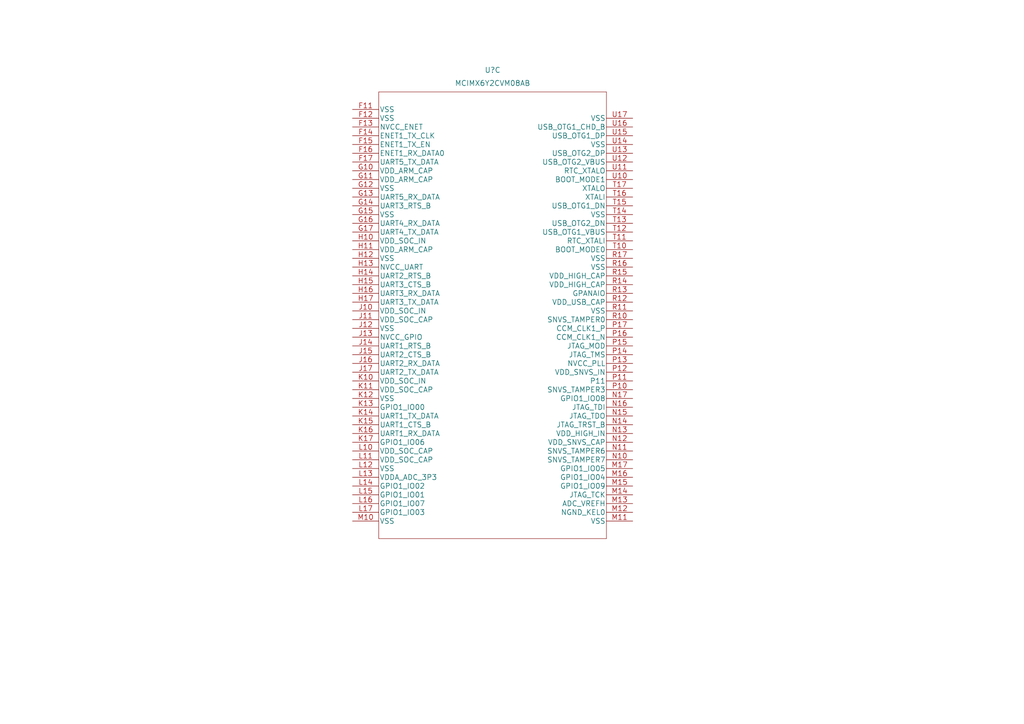
<source format=kicad_sch>
(kicad_sch (version 20211123) (generator eeschema)
  (paper "A4")
  (lib_symbols
    (symbol "MCIMX6Y2CVM08AB:MCIMX6Y2CVM08AB" (pin_names (offset 0.254))
      (property "Reference" "U" (at 35.56 10.16 0))
      (property "Value" "MCIMX6Y2CVM08AB" (at 35.56 7.62 0))
      (symbol "MCIMX6Y2CVM08AB_1_1"
        (polyline (pts (xy 7.62 -127) (xy 63.5 -127)) (stroke (width 0.127)))
        (polyline (pts (xy 7.62 5.08) (xy 7.62 -127)) (stroke (width 0.127)))
        (polyline (pts (xy 63.5 -127) (xy 63.5 5.08)) (stroke (width 0.127)))
        (polyline (pts (xy 63.5 5.08) (xy 7.62 5.08)) (stroke (width 0.127)))
        (pin power_in line (at 0 0 0) (length 7.62) (name "VSS") (number "A1"))
        (pin bidirectional line (at 0 -2.54 0) (length 7.62) (name "SD1_DATA3") (number "A2"))
        (pin bidirectional line (at 0 -5.08 0) (length 7.62) (name "NAND_READY_B") (number "A3"))
        (pin bidirectional line (at 0 -7.62 0) (length 7.62) (name "NAND_CLE") (number "A4"))
        (pin bidirectional line (at 0 -10.16 0) (length 7.62) (name "NAND_DATA07") (number "A5"))
        (pin bidirectional line (at 0 -12.7 0) (length 7.62) (name "NAND_DATA06") (number "A6"))
        (pin bidirectional line (at 0 -15.24 0) (length 7.62) (name "NAND_DATA02") (number "A7"))
        (pin bidirectional line (at 0 -17.78 0) (length 7.62) (name "LCD_CLK") (number "A8"))
        (pin bidirectional line (at 0 -20.32 0) (length 7.62) (name "LCD_DATA01") (number "A9"))
        (pin bidirectional line (at 0 -22.86 0) (length 7.62) (name "SD1_DATA2") (number "B1"))
        (pin bidirectional line (at 0 -25.4 0) (length 7.62) (name "SD1_DATA1") (number "B2"))
        (pin bidirectional line (at 0 -27.94 0) (length 7.62) (name "SD1_DATA0") (number "B3"))
        (pin bidirectional line (at 0 -30.48 0) (length 7.62) (name "NAND_ALE") (number "B4"))
        (pin bidirectional line (at 0 -33.02 0) (length 7.62) (name "NAND_CE1_B") (number "B5"))
        (pin bidirectional line (at 0 -35.56 0) (length 7.62) (name "NAND_DATA05") (number "B6"))
        (pin bidirectional line (at 0 -38.1 0) (length 7.62) (name "NAND_DATA01") (number "B7"))
        (pin bidirectional line (at 0 -40.64 0) (length 7.62) (name "LCD_ENABLE") (number "B8"))
        (pin bidirectional line (at 0 -43.18 0) (length 7.62) (name "LCD_DATA00") (number "B9"))
        (pin bidirectional line (at 0 -45.72 0) (length 7.62) (name "SD1_CLK") (number "C1"))
        (pin bidirectional line (at 0 -48.26 0) (length 7.62) (name "SD1_CMD") (number "C2"))
        (pin power_in line (at 0 -50.8 0) (length 7.62) (name "VSS") (number "C3"))
        (pin power_in line (at 0 -53.34 0) (length 7.62) (name "NVCC_SD1") (number "C4"))
        (pin bidirectional line (at 0 -55.88 0) (length 7.62) (name "NAND_CE0_B") (number "C5"))
        (pin bidirectional line (at 0 -58.42 0) (length 7.62) (name "NAND_DATA04") (number "C6"))
        (pin power_in line (at 0 -60.96 0) (length 7.62) (name "VSS") (number "C7"))
        (pin bidirectional line (at 0 -63.5 0) (length 7.62) (name "NAND_WE_B") (number "C8"))
        (pin bidirectional line (at 0 -66.04 0) (length 7.62) (name "LCD_VSYNC") (number "C9"))
        (pin bidirectional line (at 0 -68.58 0) (length 7.62) (name "CSI_DATA07") (number "D1"))
        (pin bidirectional line (at 0 -71.12 0) (length 7.62) (name "CSI_DATA06") (number "D2"))
        (pin bidirectional line (at 0 -73.66 0) (length 7.62) (name "CSI_DATA05") (number "D3"))
        (pin bidirectional line (at 0 -76.2 0) (length 7.62) (name "CSI_DATA04") (number "D4"))
        (pin bidirectional line (at 0 -78.74 0) (length 7.62) (name "NAND_WP_B") (number "D5"))
        (pin bidirectional line (at 0 -81.28 0) (length 7.62) (name "NAND_DATA03") (number "D6"))
        (pin bidirectional line (at 0 -83.82 0) (length 7.62) (name "NAND_DATA00") (number "D7"))
        (pin bidirectional line (at 0 -86.36 0) (length 7.62) (name "NAND_RE_B") (number "D8"))
        (pin bidirectional line (at 0 -88.9 0) (length 7.62) (name "LCD_HSYNC") (number "D9"))
        (pin bidirectional line (at 0 -91.44 0) (length 7.62) (name "CSI_DATA03") (number "E1"))
        (pin bidirectional line (at 0 -93.98 0) (length 7.62) (name "CSI_DATA02") (number "E2"))
        (pin bidirectional line (at 0 -96.52 0) (length 7.62) (name "CSI_DATA01") (number "E3"))
        (pin bidirectional line (at 0 -99.06 0) (length 7.62) (name "CSI_DATA00") (number "E4"))
        (pin bidirectional line (at 0 -101.6 0) (length 7.62) (name "CSI_PIXCLK") (number "E5"))
        (pin bidirectional line (at 0 -104.14 0) (length 7.62) (name "NAND_DQS") (number "E6"))
        (pin power_in line (at 0 -106.68 0) (length 7.62) (name "NVCC_NAND") (number "E7"))
        (pin power_in line (at 0 -109.22 0) (length 7.62) (name "VSS") (number "E8"))
        (pin bidirectional line (at 0 -111.76 0) (length 7.62) (name "LCD_RESET") (number "E9"))
        (pin bidirectional line (at 0 -114.3 0) (length 7.62) (name "DRAM_ODT1") (number "F1"))
        (pin bidirectional line (at 0 -116.84 0) (length 7.62) (name "CSI_VSYNC") (number "F2"))
        (pin bidirectional line (at 0 -119.38 0) (length 7.62) (name "CSI_HSYNC") (number "F3"))
        (pin power_in line (at 71.12 -121.92 180) (length 7.62) (name "NVCC_CSI") (number "F4"))
        (pin bidirectional line (at 71.12 -119.38 180) (length 7.62) (name "CSI_MCLK") (number "F5"))
        (pin power_in line (at 71.12 -116.84 180) (length 7.62) (name "VSS") (number "F6"))
        (pin power_in line (at 71.12 -114.3 180) (length 7.62) (name "VSS") (number "F7"))
        (pin power_in line (at 71.12 -111.76 180) (length 7.62) (name "VSS") (number "F8"))
        (pin power_in line (at 71.12 -109.22 180) (length 7.62) (name "VSS") (number "F9"))
        (pin bidirectional line (at 71.12 -106.68 180) (length 7.62) (name "DRAM_ADDR14") (number "G1"))
        (pin bidirectional line (at 71.12 -104.14 180) (length 7.62) (name "DRAM_ADDR06") (number "G2"))
        (pin power_in line (at 71.12 -101.6 180) (length 7.62) (name "VSS") (number "G3"))
        (pin bidirectional line (at 71.12 -99.06 180) (length 7.62) (name "DRAM_RESET") (number "G4"))
        (pin power_in line (at 71.12 -96.52 180) (length 7.62) (name "VSS") (number "G5"))
        (pin power_in line (at 71.12 -93.98 180) (length 7.62) (name "NVCC_DRAM") (number "G6"))
        (pin power_in line (at 71.12 -91.44 180) (length 7.62) (name "VSS") (number "G7"))
        (pin power_in line (at 71.12 -88.9 180) (length 7.62) (name "VDD_SOC_CAP") (number "G8"))
        (pin power_in line (at 71.12 -86.36 180) (length 7.62) (name "VDD_ARM_CAP") (number "G9"))
        (pin bidirectional line (at 71.12 -83.82 180) (length 7.62) (name "DRAM_SDBA1") (number "H1"))
        (pin bidirectional line (at 71.12 -81.28 180) (length 7.62) (name "DRAM_ADDR01") (number "H2"))
        (pin bidirectional line (at 71.12 -78.74 180) (length 7.62) (name "DRAM_ADDR13") (number "H3"))
        (pin bidirectional line (at 71.12 -76.2 180) (length 7.62) (name "DRAM_ADDR07") (number "H4"))
        (pin bidirectional line (at 71.12 -73.66 180) (length 7.62) (name "DRAM_CS1_B") (number "H5"))
        (pin power_in line (at 71.12 -71.12 180) (length 7.62) (name "NVCC_DRAM") (number "H6"))
        (pin power_in line (at 71.12 -68.58 180) (length 7.62) (name "VSS") (number "H7"))
        (pin power_in line (at 71.12 -66.04 180) (length 7.62) (name "VDD_SOC_CAP") (number "H8"))
        (pin power_in line (at 71.12 -63.5 180) (length 7.62) (name "VDD_SOC_IN") (number "H9"))
        (pin bidirectional line (at 71.12 -60.96 180) (length 7.62) (name "DRAM_SDWE_B") (number "J1"))
        (pin bidirectional line (at 71.12 -58.42 180) (length 7.62) (name "DRAM_CAS_B") (number "J2"))
        (pin bidirectional line (at 71.12 -55.88 180) (length 7.62) (name "DRAM_SDCKE1") (number "J3"))
        (pin bidirectional line (at 71.12 -53.34 180) (length 7.62) (name "DRAM_ADDR08") (number "J4"))
        (pin power_in line (at 71.12 -50.8 180) (length 7.62) (name "VSS") (number "J5"))
        (pin power_in line (at 71.12 -48.26 180) (length 7.62) (name "NVCC_DRAM") (number "J6"))
        (pin power_in line (at 71.12 -45.72 180) (length 7.62) (name "VSS") (number "J7"))
        (pin power_in line (at 71.12 -43.18 180) (length 7.62) (name "VDD_SOC_CAP") (number "J8"))
        (pin power_in line (at 71.12 -40.64 180) (length 7.62) (name "VDD_SOC_IN") (number "J9"))
        (pin bidirectional line (at 71.12 -38.1 180) (length 7.62) (name "DRAM_ADDR02") (number "K1"))
        (pin bidirectional line (at 71.12 -35.56 180) (length 7.62) (name "DRAM_SDBA2") (number "K2"))
        (pin bidirectional line (at 71.12 -33.02 180) (length 7.62) (name "DRAM_ADDR11") (number "K3"))
        (pin bidirectional line (at 71.12 -30.48 180) (length 7.62) (name "DRAM_ADDR04") (number "K4"))
        (pin power_in line (at 71.12 -27.94 180) (length 7.62) (name "NVCC_DRAM") (number "K5"))
        (pin unspecified line (at 71.12 -25.4 180) (length 7.62) (name "K6") (number "K6"))
        (pin power_in line (at 71.12 -22.86 180) (length 7.62) (name "VSS") (number "K7"))
        (pin power_in line (at 71.12 -20.32 180) (length 7.62) (name "VDD_SOC_CAP") (number "K8"))
        (pin power_in line (at 71.12 -17.78 180) (length 7.62) (name "VDD_SOC_IN") (number "K9"))
        (pin bidirectional line (at 71.12 -15.24 180) (length 7.62) (name "DRAM_ADDR05") (number "L1"))
        (pin bidirectional line (at 71.12 -12.7 180) (length 7.62) (name "DRAM_ADDR09") (number "L2"))
        (pin power_in line (at 71.12 -10.16 180) (length 7.62) (name "VSS") (number "L3"))
        (pin bidirectional line (at 71.12 -7.62 180) (length 7.62) (name "DRAM_ADDR12") (number "L4"))
        (pin bidirectional line (at 71.12 -5.08 180) (length 7.62) (name "DRAM_ADDR00") (number "L5"))
        (pin power_in line (at 71.12 -2.54 180) (length 7.62) (name "NVCC_DRAM") (number "L6"))
        (pin power_in line (at 71.12 0 180) (length 7.62) (name "VSS") (number "L7"))
      )
      (symbol "MCIMX6Y2CVM08AB_2_1"
        (polyline (pts (xy 7.62 -127) (xy 88.9 -127)) (stroke (width 0.127)))
        (polyline (pts (xy 7.62 5.08) (xy 7.62 -127)) (stroke (width 0.127)))
        (polyline (pts (xy 88.9 -127) (xy 88.9 5.08)) (stroke (width 0.127)))
        (polyline (pts (xy 88.9 5.08) (xy 7.62 5.08)) (stroke (width 0.127)))
        (pin bidirectional line (at 96.52 -101.6 180) (length 7.62) (name "LCD_DATA06") (number "A10"))
        (pin bidirectional line (at 96.52 -99.06 180) (length 7.62) (name "LCD_DATA09") (number "A11"))
        (pin bidirectional line (at 96.52 -96.52 180) (length 7.62) (name "LCD_DATA14") (number "A12"))
        (pin bidirectional line (at 96.52 -93.98 180) (length 7.62) (name "LCD_DATA18") (number "A13"))
        (pin bidirectional line (at 96.52 -91.44 180) (length 7.62) (name "LCD_DATA22") (number "A14"))
        (pin bidirectional line (at 96.52 -88.9 180) (length 7.62) (name "ENET2_TX_DATA0") (number "A15"))
        (pin bidirectional line (at 96.52 -86.36 180) (length 7.62) (name "ENET2_TX_DATA1") (number "A16"))
        (pin power_in line (at 96.52 -83.82 180) (length 7.62) (name "VSS") (number "A17"))
        (pin bidirectional line (at 96.52 -81.28 180) (length 7.62) (name "LCD_DATA05") (number "B10"))
        (pin bidirectional line (at 96.52 -78.74 180) (length 7.62) (name "LCD_DATA08") (number "B11"))
        (pin bidirectional line (at 96.52 -76.2 180) (length 7.62) (name "LCD_DATA13") (number "B12"))
        (pin bidirectional line (at 96.52 -73.66 180) (length 7.62) (name "LCD_DATA17") (number "B13"))
        (pin bidirectional line (at 96.52 -71.12 180) (length 7.62) (name "LCD_DATA21") (number "B14"))
        (pin bidirectional line (at 96.52 -68.58 180) (length 7.62) (name "ENET2_TX_EN") (number "B15"))
        (pin bidirectional line (at 96.52 -66.04 180) (length 7.62) (name "LCD_DATA23") (number "B16"))
        (pin bidirectional line (at 96.52 -63.5 180) (length 7.62) (name "ENET2_RX_EN") (number "B17"))
        (pin bidirectional line (at 96.52 -60.96 180) (length 7.62) (name "LCD_DATA04") (number "C10"))
        (pin power_in line (at 96.52 -58.42 180) (length 7.62) (name "VSS") (number "C11"))
        (pin bidirectional line (at 96.52 -55.88 180) (length 7.62) (name "LCD_DATA12") (number "C12"))
        (pin bidirectional line (at 96.52 -53.34 180) (length 7.62) (name "LCD_DATA16") (number "C13"))
        (pin bidirectional line (at 96.52 -50.8 180) (length 7.62) (name "LCD_DATA20") (number "C14"))
        (pin power_in line (at 96.52 -48.26 180) (length 7.62) (name "VSS") (number "C15"))
        (pin bidirectional line (at 96.52 -45.72 180) (length 7.62) (name "ENET2_RX_DATA1") (number "C16"))
        (pin bidirectional line (at 96.52 -43.18 180) (length 7.62) (name "ENET2_RX_DATA0") (number "C17"))
        (pin bidirectional line (at 96.52 -40.64 180) (length 7.62) (name "LCD_DATA03") (number "D10"))
        (pin bidirectional line (at 96.52 -38.1 180) (length 7.62) (name "LCD_DATA07") (number "D11"))
        (pin bidirectional line (at 96.52 -35.56 180) (length 7.62) (name "LCD_DATA11") (number "D12"))
        (pin bidirectional line (at 96.52 -33.02 180) (length 7.62) (name "LCD_DATA15") (number "D13"))
        (pin bidirectional line (at 96.52 -30.48 180) (length 7.62) (name "LCD_DATA19") (number "D14"))
        (pin bidirectional line (at 96.52 -27.94 180) (length 7.62) (name "ENET1_RX_ER") (number "D15"))
        (pin bidirectional line (at 96.52 -25.4 180) (length 7.62) (name "ENET2_RX_ER") (number "D16"))
        (pin bidirectional line (at 96.52 -22.86 180) (length 7.62) (name "ENET2_TX_CLK") (number "D17"))
        (pin bidirectional line (at 96.52 -20.32 180) (length 7.62) (name "LCD_DATA02") (number "E10"))
        (pin power_in line (at 96.52 -17.78 180) (length 7.62) (name "VSS") (number "E11"))
        (pin bidirectional line (at 96.52 -15.24 180) (length 7.62) (name "LCD_DATA10") (number "E12"))
        (pin power_in line (at 96.52 -12.7 180) (length 7.62) (name "NVCC_LCD") (number "E13"))
        (pin bidirectional line (at 96.52 -10.16 180) (length 7.62) (name "ENET1_TX_DATA1") (number "E14"))
        (pin bidirectional line (at 96.52 -7.62 180) (length 7.62) (name "ENET1_TX_DATA0") (number "E15"))
        (pin bidirectional line (at 96.52 -5.08 180) (length 7.62) (name "ENET1_RX_EN") (number "E16"))
        (pin bidirectional line (at 96.52 -2.54 180) (length 7.62) (name "ENET1_RX_DATA1") (number "E17"))
        (pin power_in line (at 96.52 0 180) (length 7.62) (name "VSS") (number "F10"))
        (pin power_in line (at 0 0 0) (length 7.62) (name "VDD_SOC_CAP") (number "L8"))
        (pin power_in line (at 0 -2.54 0) (length 7.62) (name "VDD_SOC_CAP") (number "L9"))
        (pin bidirectional line (at 0 -5.08 0) (length 7.62) (name "DRAM_SDBA0") (number "M1"))
        (pin bidirectional line (at 0 -7.62 0) (length 7.62) (name "DRAM_ADDR03") (number "M2"))
        (pin bidirectional line (at 0 -10.16 0) (length 7.62) (name "DRAM_SDCKE0") (number "M3"))
        (pin bidirectional line (at 0 -12.7 0) (length 7.62) (name "DRAM_ADDR10") (number "M4"))
        (pin bidirectional line (at 0 -15.24 0) (length 7.62) (name "DRAM_RAS_B") (number "M5"))
        (pin power_in line (at 0 -17.78 0) (length 7.62) (name "NVCC_DRAM") (number "M6"))
        (pin power_in line (at 0 -20.32 0) (length 7.62) (name "VSS") (number "M7"))
        (pin power_in line (at 0 -22.86 0) (length 7.62) (name "VSS") (number "M8"))
        (pin power_in line (at 0 -25.4 0) (length 7.62) (name "VSS") (number "M9"))
        (pin bidirectional line (at 0 -27.94 0) (length 7.62) (name "DRAM_ODT0") (number "N1"))
        (pin bidirectional line (at 0 -30.48 0) (length 7.62) (name "DRAM_CS0_B") (number "N2"))
        (pin power_in line (at 0 -33.02 0) (length 7.62) (name "VSS") (number "N3"))
        (pin bidirectional line (at 0 -35.56 0) (length 7.62) (name "DRAM_ZQPAD") (number "N4"))
        (pin power_in line (at 0 -38.1 0) (length 7.62) (name "VSS") (number "N5"))
        (pin power_in line (at 0 -40.64 0) (length 7.62) (name "NVCC_DRAM_2P5") (number "N6"))
        (pin input line (at 0 -43.18 0) (length 7.62) (name "TEST_MODE") (number "N7"))
        (pin bidirectional line (at 0 -45.72 0) (length 7.62) (name "SNVS_TAMPER5") (number "N8"))
        (pin bidirectional line (at 0 -48.26 0) (length 7.62) (name "SNVS_TAMPER8") (number "N9"))
        (pin bidirectional line (at 0 -50.8 0) (length 7.62) (name "SNVS_TAMPER2") (number "P1"))
        (pin bidirectional line (at 0 -53.34 0) (length 7.62) (name "DRAM_SDCLK0_N") (number "P2"))
        (pin bidirectional line (at 0 -55.88 0) (length 7.62) (name "DRAM_DATA13") (number "P3"))
        (pin power_in line (at 0 -58.42 0) (length 7.62) (name "DRAM_VREF") (number "P4"))
        (pin bidirectional line (at 0 -60.96 0) (length 7.62) (name "DRAM_DATA12") (number "P5"))
        (pin bidirectional line (at 0 -63.5 0) (length 7.62) (name "DRAM_SDQS0_P") (number "P6"))
        (pin bidirectional line (at 0 -66.04 0) (length 7.62) (name "DRAM_SDQS0_N") (number "P7"))
        (pin input line (at 0 -68.58 0) (length 7.62) (name "POR_B") (number "P8"))
        (pin bidirectional line (at 0 -71.12 0) (length 7.62) (name "SNVS_TAMPER4") (number "P9"))
        (pin bidirectional line (at 0 -73.66 0) (length 7.62) (name "DRAM_DATA15") (number "R1"))
        (pin bidirectional line (at 0 -76.2 0) (length 7.62) (name "DRAM_DATA14") (number "R2"))
        (pin power_in line (at 0 -78.74 0) (length 7.62) (name "VSS") (number "R3"))
        (pin bidirectional line (at 0 -81.28 0) (length 7.62) (name "DRAM_DATA11") (number "R4"))
        (pin power_in line (at 0 -83.82 0) (length 7.62) (name "VSS") (number "R5"))
        (pin bidirectional line (at 0 -86.36 0) (length 7.62) (name "SNVS_TAMPER9") (number "R6"))
        (pin power_in line (at 0 -88.9 0) (length 7.62) (name "VSS") (number "R7"))
        (pin input line (at 0 -91.44 0) (length 7.62) (name "ONOFF") (number "R8"))
        (pin bidirectional line (at 0 -93.98 0) (length 7.62) (name "SNVS_TAMPER1") (number "R9"))
        (pin bidirectional line (at 0 -96.52 0) (length 7.62) (name "DRAM_SDQS1_P") (number "T1"))
        (pin bidirectional line (at 0 -99.06 0) (length 7.62) (name "DRAM_SDQS1_N") (number "T2"))
        (pin bidirectional line (at 0 -101.6 0) (length 7.62) (name "DRAM_DQM1") (number "T3"))
        (pin bidirectional line (at 0 -104.14 0) (length 7.62) (name "DRAM_DATA00") (number "T4"))
        (pin bidirectional line (at 0 -106.68 0) (length 7.62) (name "DRAM_DATA06") (number "T5"))
        (pin bidirectional line (at 0 -109.22 0) (length 7.62) (name "DRAM_DATA02") (number "T6"))
        (pin bidirectional line (at 0 -111.76 0) (length 7.62) (name "DRAM_DQM0") (number "T7"))
        (pin bidirectional line (at 0 -114.3 0) (length 7.62) (name "DRAM_DATA05") (number "T8"))
        (pin bidirectional line (at 0 -116.84 0) (length 7.62) (name "SNVS_PMIC_ON_REQ") (number "T9"))
        (pin power_in line (at 0 -119.38 0) (length 7.62) (name "VSS") (number "U1"))
        (pin bidirectional line (at 96.52 -121.92 180) (length 7.62) (name "DRAM_DATA08") (number "U2"))
        (pin bidirectional line (at 96.52 -119.38 180) (length 7.62) (name "DRAM_DATA09") (number "U3"))
        (pin bidirectional line (at 96.52 -116.84 180) (length 7.62) (name "DRAM_DATA07") (number "U4"))
        (pin bidirectional line (at 96.52 -114.3 180) (length 7.62) (name "DRAM_DATA10") (number "U5"))
        (pin bidirectional line (at 96.52 -111.76 180) (length 7.62) (name "DRAM_DATA01") (number "U6"))
        (pin bidirectional line (at 96.52 -109.22 180) (length 7.62) (name "DRAM_DATA03") (number "U7"))
        (pin bidirectional line (at 96.52 -106.68 180) (length 7.62) (name "DRAM_DATA04") (number "U8"))
        (pin unspecified line (at 96.52 -104.14 180) (length 7.62) (name "CCM_PMIC_STBY_REQ") (number "U9"))
      )
      (symbol "MCIMX6Y2CVM08AB_3_1"
        (polyline (pts (xy 7.62 -124.46) (xy 73.66 -124.46)) (stroke (width 0.127)))
        (polyline (pts (xy 7.62 5.08) (xy 7.62 -124.46)) (stroke (width 0.127)))
        (polyline (pts (xy 73.66 -124.46) (xy 73.66 5.08)) (stroke (width 0.127)))
        (polyline (pts (xy 73.66 5.08) (xy 7.62 5.08)) (stroke (width 0.127)))
        (pin power_in line (at 0 0 0) (length 7.62) (name "VSS") (number "F11"))
        (pin power_in line (at 0 -2.54 0) (length 7.62) (name "VSS") (number "F12"))
        (pin power_in line (at 0 -5.08 0) (length 7.62) (name "NVCC_ENET") (number "F13"))
        (pin bidirectional line (at 0 -7.62 0) (length 7.62) (name "ENET1_TX_CLK") (number "F14"))
        (pin bidirectional line (at 0 -10.16 0) (length 7.62) (name "ENET1_TX_EN") (number "F15"))
        (pin bidirectional line (at 0 -12.7 0) (length 7.62) (name "ENET1_RX_DATA0") (number "F16"))
        (pin bidirectional line (at 0 -15.24 0) (length 7.62) (name "UART5_TX_DATA") (number "F17"))
        (pin power_in line (at 0 -17.78 0) (length 7.62) (name "VDD_ARM_CAP") (number "G10"))
        (pin power_in line (at 0 -20.32 0) (length 7.62) (name "VDD_ARM_CAP") (number "G11"))
        (pin power_in line (at 0 -22.86 0) (length 7.62) (name "VSS") (number "G12"))
        (pin bidirectional line (at 0 -25.4 0) (length 7.62) (name "UART5_RX_DATA") (number "G13"))
        (pin bidirectional line (at 0 -27.94 0) (length 7.62) (name "UART3_RTS_B") (number "G14"))
        (pin power_in line (at 0 -30.48 0) (length 7.62) (name "VSS") (number "G15"))
        (pin bidirectional line (at 0 -33.02 0) (length 7.62) (name "UART4_RX_DATA") (number "G16"))
        (pin bidirectional line (at 0 -35.56 0) (length 7.62) (name "UART4_TX_DATA") (number "G17"))
        (pin power_in line (at 0 -38.1 0) (length 7.62) (name "VDD_SOC_IN") (number "H10"))
        (pin power_in line (at 0 -40.64 0) (length 7.62) (name "VDD_ARM_CAP") (number "H11"))
        (pin power_in line (at 0 -43.18 0) (length 7.62) (name "VSS") (number "H12"))
        (pin power_in line (at 0 -45.72 0) (length 7.62) (name "NVCC_UART") (number "H13"))
        (pin bidirectional line (at 0 -48.26 0) (length 7.62) (name "UART2_RTS_B") (number "H14"))
        (pin bidirectional line (at 0 -50.8 0) (length 7.62) (name "UART3_CTS_B") (number "H15"))
        (pin bidirectional line (at 0 -53.34 0) (length 7.62) (name "UART3_RX_DATA") (number "H16"))
        (pin bidirectional line (at 0 -55.88 0) (length 7.62) (name "UART3_TX_DATA") (number "H17"))
        (pin power_in line (at 0 -58.42 0) (length 7.62) (name "VDD_SOC_IN") (number "J10"))
        (pin power_in line (at 0 -60.96 0) (length 7.62) (name "VDD_SOC_CAP") (number "J11"))
        (pin power_in line (at 0 -63.5 0) (length 7.62) (name "VSS") (number "J12"))
        (pin power_in line (at 0 -66.04 0) (length 7.62) (name "NVCC_GPIO") (number "J13"))
        (pin bidirectional line (at 0 -68.58 0) (length 7.62) (name "UART1_RTS_B") (number "J14"))
        (pin bidirectional line (at 0 -71.12 0) (length 7.62) (name "UART2_CTS_B") (number "J15"))
        (pin bidirectional line (at 0 -73.66 0) (length 7.62) (name "UART2_RX_DATA") (number "J16"))
        (pin bidirectional line (at 0 -76.2 0) (length 7.62) (name "UART2_TX_DATA") (number "J17"))
        (pin power_in line (at 0 -78.74 0) (length 7.62) (name "VDD_SOC_IN") (number "K10"))
        (pin power_in line (at 0 -81.28 0) (length 7.62) (name "VDD_SOC_CAP") (number "K11"))
        (pin power_in line (at 0 -83.82 0) (length 7.62) (name "VSS") (number "K12"))
        (pin bidirectional line (at 0 -86.36 0) (length 7.62) (name "GPIO1_IO00") (number "K13"))
        (pin bidirectional line (at 0 -88.9 0) (length 7.62) (name "UART1_TX_DATA") (number "K14"))
        (pin bidirectional line (at 0 -91.44 0) (length 7.62) (name "UART1_CTS_B") (number "K15"))
        (pin bidirectional line (at 0 -93.98 0) (length 7.62) (name "UART1_RX_DATA") (number "K16"))
        (pin bidirectional line (at 0 -96.52 0) (length 7.62) (name "GPIO1_IO06") (number "K17"))
        (pin power_in line (at 0 -99.06 0) (length 7.62) (name "VDD_SOC_CAP") (number "L10"))
        (pin power_in line (at 0 -101.6 0) (length 7.62) (name "VDD_SOC_CAP") (number "L11"))
        (pin power_in line (at 0 -104.14 0) (length 7.62) (name "VSS") (number "L12"))
        (pin power_in line (at 0 -106.68 0) (length 7.62) (name "VDDA_ADC_3P3") (number "L13"))
        (pin bidirectional line (at 0 -109.22 0) (length 7.62) (name "GPIO1_IO02") (number "L14"))
        (pin bidirectional line (at 0 -111.76 0) (length 7.62) (name "GPIO1_IO01") (number "L15"))
        (pin bidirectional line (at 0 -114.3 0) (length 7.62) (name "GPIO1_IO07") (number "L16"))
        (pin bidirectional line (at 0 -116.84 0) (length 7.62) (name "GPIO1_IO03") (number "L17"))
        (pin power_in line (at 0 -119.38 0) (length 7.62) (name "VSS") (number "M10"))
        (pin power_in line (at 81.28 -119.38 180) (length 7.62) (name "VSS") (number "M11"))
        (pin power_in line (at 81.28 -116.84 180) (length 7.62) (name "NGND_KEL0") (number "M12"))
        (pin power_in line (at 81.28 -114.3 180) (length 7.62) (name "ADC_VREFH") (number "M13"))
        (pin input line (at 81.28 -111.76 180) (length 7.62) (name "JTAG_TCK") (number "M14"))
        (pin bidirectional line (at 81.28 -109.22 180) (length 7.62) (name "GPIO1_IO09") (number "M15"))
        (pin bidirectional line (at 81.28 -106.68 180) (length 7.62) (name "GPIO1_IO04") (number "M16"))
        (pin bidirectional line (at 81.28 -104.14 180) (length 7.62) (name "GPIO1_IO05") (number "M17"))
        (pin bidirectional line (at 81.28 -101.6 180) (length 7.62) (name "SNVS_TAMPER7") (number "N10"))
        (pin bidirectional line (at 81.28 -99.06 180) (length 7.62) (name "SNVS_TAMPER6") (number "N11"))
        (pin power_in line (at 81.28 -96.52 180) (length 7.62) (name "VDD_SNVS_CAP") (number "N12"))
        (pin power_in line (at 81.28 -93.98 180) (length 7.62) (name "VDD_HIGH_IN") (number "N13"))
        (pin input line (at 81.28 -91.44 180) (length 7.62) (name "JTAG_TRST_B") (number "N14"))
        (pin output line (at 81.28 -88.9 180) (length 7.62) (name "JTAG_TDO") (number "N15"))
        (pin input line (at 81.28 -86.36 180) (length 7.62) (name "JTAG_TDI") (number "N16"))
        (pin bidirectional line (at 81.28 -83.82 180) (length 7.62) (name "GPIO1_IO08") (number "N17"))
        (pin bidirectional line (at 81.28 -81.28 180) (length 7.62) (name "SNVS_TAMPER3") (number "P10"))
        (pin unspecified line (at 81.28 -78.74 180) (length 7.62) (name "P11") (number "P11"))
        (pin power_in line (at 81.28 -76.2 180) (length 7.62) (name "VDD_SNVS_IN") (number "P12"))
        (pin power_in line (at 81.28 -73.66 180) (length 7.62) (name "NVCC_PLL") (number "P13"))
        (pin input line (at 81.28 -71.12 180) (length 7.62) (name "JTAG_TMS") (number "P14"))
        (pin input line (at 81.28 -68.58 180) (length 7.62) (name "JTAG_MOD") (number "P15"))
        (pin bidirectional line (at 81.28 -66.04 180) (length 7.62) (name "CCM_CLK1_N") (number "P16"))
        (pin bidirectional line (at 81.28 -63.5 180) (length 7.62) (name "CCM_CLK1_P") (number "P17"))
        (pin bidirectional line (at 81.28 -60.96 180) (length 7.62) (name "SNVS_TAMPER0") (number "R10"))
        (pin power_in line (at 81.28 -58.42 180) (length 7.62) (name "VSS") (number "R11"))
        (pin power_in line (at 81.28 -55.88 180) (length 7.62) (name "VDD_USB_CAP") (number "R12"))
        (pin power_in line (at 81.28 -53.34 180) (length 7.62) (name "GPANAIO") (number "R13"))
        (pin power_in line (at 81.28 -50.8 180) (length 7.62) (name "VDD_HIGH_CAP") (number "R14"))
        (pin power_in line (at 81.28 -48.26 180) (length 7.62) (name "VDD_HIGH_CAP") (number "R15"))
        (pin power_in line (at 81.28 -45.72 180) (length 7.62) (name "VSS") (number "R16"))
        (pin power_in line (at 81.28 -43.18 180) (length 7.62) (name "VSS") (number "R17"))
        (pin bidirectional line (at 81.28 -40.64 180) (length 7.62) (name "BOOT_MODE0") (number "T10"))
        (pin unspecified line (at 81.28 -38.1 180) (length 7.62) (name "RTC_XTALI") (number "T11"))
        (pin unspecified line (at 81.28 -35.56 180) (length 7.62) (name "USB_OTG1_VBUS") (number "T12"))
        (pin unspecified line (at 81.28 -33.02 180) (length 7.62) (name "USB_OTG2_DN") (number "T13"))
        (pin power_in line (at 81.28 -30.48 180) (length 7.62) (name "VSS") (number "T14"))
        (pin unspecified line (at 81.28 -27.94 180) (length 7.62) (name "USB_OTG1_DN") (number "T15"))
        (pin unspecified line (at 81.28 -25.4 180) (length 7.62) (name "XTALI") (number "T16"))
        (pin unspecified line (at 81.28 -22.86 180) (length 7.62) (name "XTALO") (number "T17"))
        (pin bidirectional line (at 81.28 -20.32 180) (length 7.62) (name "BOOT_MODE1") (number "U10"))
        (pin unspecified line (at 81.28 -17.78 180) (length 7.62) (name "RTC_XTALO") (number "U11"))
        (pin power_in line (at 81.28 -15.24 180) (length 7.62) (name "USB_OTG2_VBUS") (number "U12"))
        (pin unspecified line (at 81.28 -12.7 180) (length 7.62) (name "USB_OTG2_DP") (number "U13"))
        (pin power_in line (at 81.28 -10.16 180) (length 7.62) (name "VSS") (number "U14"))
        (pin unspecified line (at 81.28 -7.62 180) (length 7.62) (name "USB_OTG1_DP") (number "U15"))
        (pin unspecified line (at 81.28 -5.08 180) (length 7.62) (name "USB_OTG1_CHD_B") (number "U16"))
        (pin power_in line (at 81.28 -2.54 180) (length 7.62) (name "VSS") (number "U17"))
      )
    )
  )
  (symbol (lib_id "MCIMX6Y2CVM08AB:MCIMX6Y2CVM08AB") (at 102.235 31.75 0) (unit 3)
    (property "Reference" "U?" (at 142.875 20.32 0) (effects (font (size 1.524 1.524))))
    (property "Value" "MCIMX6Y2CVM08AB" (at 142.875 24.13 0) (effects (font (size 1.524 1.524))))
    (property "Footprint" "LFBGA289_SOT1534-2_NXP" (effects hide))
  )
)
</source>
